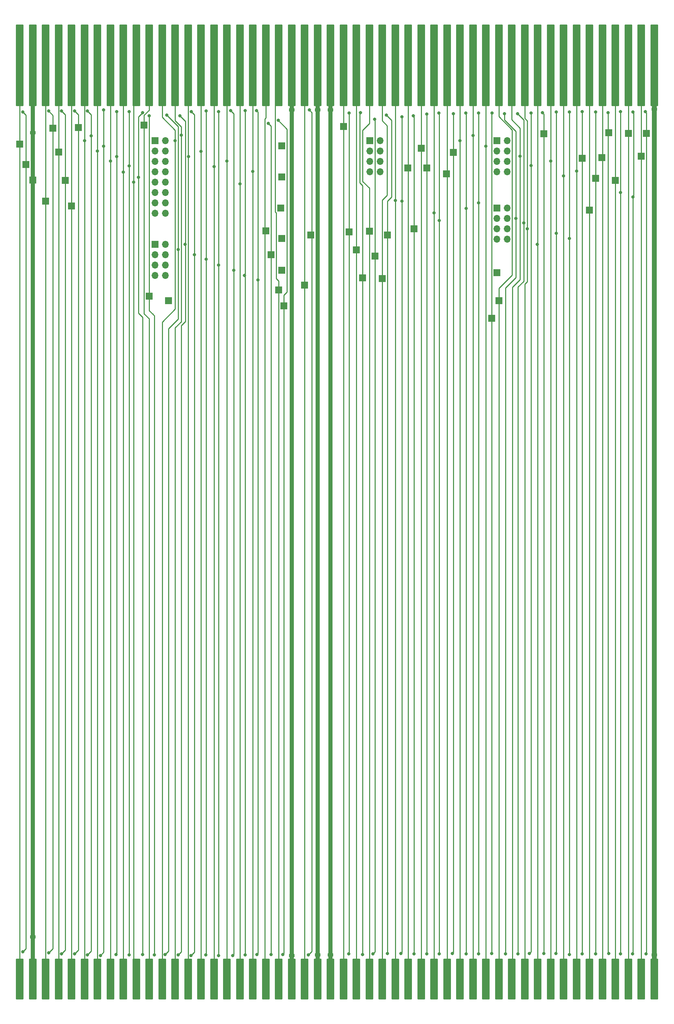
<source format=gbr>
%TF.GenerationSoftware,KiCad,Pcbnew,(6.0.9-0)*%
%TF.CreationDate,2023-01-29T21:50:31+01:00*%
%TF.ProjectId,Intellec8ExtenderBoard,496e7465-6c6c-4656-9338-457874656e64,rev?*%
%TF.SameCoordinates,Original*%
%TF.FileFunction,Copper,L1,Top*%
%TF.FilePolarity,Positive*%
%FSLAX46Y46*%
G04 Gerber Fmt 4.6, Leading zero omitted, Abs format (unit mm)*
G04 Created by KiCad (PCBNEW (6.0.9-0)) date 2023-01-29 21:50:31*
%MOMM*%
%LPD*%
G01*
G04 APERTURE LIST*
G04 Aperture macros list*
%AMRoundRect*
0 Rectangle with rounded corners*
0 $1 Rounding radius*
0 $2 $3 $4 $5 $6 $7 $8 $9 X,Y pos of 4 corners*
0 Add a 4 corners polygon primitive as box body*
4,1,4,$2,$3,$4,$5,$6,$7,$8,$9,$2,$3,0*
0 Add four circle primitives for the rounded corners*
1,1,$1+$1,$2,$3*
1,1,$1+$1,$4,$5*
1,1,$1+$1,$6,$7*
1,1,$1+$1,$8,$9*
0 Add four rect primitives between the rounded corners*
20,1,$1+$1,$2,$3,$4,$5,0*
20,1,$1+$1,$4,$5,$6,$7,0*
20,1,$1+$1,$6,$7,$8,$9,0*
20,1,$1+$1,$8,$9,$2,$3,0*%
G04 Aperture macros list end*
%TA.AperFunction,SMDPad,CuDef*%
%ADD10RoundRect,0.072000X0.828000X-4.928000X0.828000X4.928000X-0.828000X4.928000X-0.828000X-4.928000X0*%
%TD*%
%TA.AperFunction,ComponentPad*%
%ADD11R,1.700000X1.700000*%
%TD*%
%TA.AperFunction,ComponentPad*%
%ADD12O,1.700000X1.700000*%
%TD*%
%TA.AperFunction,SMDPad,CuDef*%
%ADD13RoundRect,0.072000X0.828000X-9.928000X0.828000X9.928000X-0.828000X9.928000X-0.828000X-9.928000X0*%
%TD*%
%TA.AperFunction,ViaPad*%
%ADD14C,1.400000*%
%TD*%
%TA.AperFunction,ViaPad*%
%ADD15C,0.800000*%
%TD*%
%TA.AperFunction,Conductor*%
%ADD16C,0.250000*%
%TD*%
%TA.AperFunction,Conductor*%
%ADD17C,1.000000*%
%TD*%
%TA.AperFunction,Conductor*%
%ADD18C,1.200000*%
%TD*%
G04 APERTURE END LIST*
D10*
%TO.P,J1,1,Pin_1*%
%TO.N,/~{T2}*%
X105900000Y-331825000D03*
%TO.P,J1,3,Pin_3*%
%TO.N,/GND*%
X109075000Y-331825000D03*
%TO.P,J1,5,Pin_5*%
%TO.N,/~{INTACK}*%
X112250000Y-331825000D03*
%TO.P,J1,7,Pin_7*%
%TO.N,/~{SYNCA}*%
X115425000Y-331825000D03*
%TO.P,J1,9,Pin_9*%
%TO.N,/~{INT REQ LTH}*%
X118600000Y-331825000D03*
%TO.P,J1,11,Pin_11*%
%TO.N,/MAD0*%
X121775000Y-331825000D03*
%TO.P,J1,13,Pin_13*%
%TO.N,/MAD2*%
X124950000Y-331825000D03*
%TO.P,J1,15,Pin_15*%
%TO.N,/MAD4*%
X128125000Y-331825000D03*
%TO.P,J1,17,Pin_17*%
%TO.N,/MAD6*%
X131300000Y-331825000D03*
%TO.P,J1,19,Pin_19*%
%TO.N,/MAD8*%
X134475000Y-331825000D03*
%TO.P,J1,21,Pin_21*%
%TO.N,/~{WAIT REQ}*%
X137650000Y-331825000D03*
%TO.P,J1,23,Pin_23*%
%TO.N,/MDI0*%
X140825000Y-331825000D03*
%TO.P,J1,25,Pin_25*%
%TO.N,/MDI1*%
X144000000Y-331825000D03*
%TO.P,J1,27,Pin_27*%
%TO.N,/MDI3*%
X147175000Y-331825000D03*
%TO.P,J1,29,Pin_29*%
%TO.N,/MDI2*%
X150350000Y-331825000D03*
%TO.P,J1,31,Pin_31*%
%TO.N,/MDI5*%
X153525000Y-331825000D03*
%TO.P,J1,33,Pin_33*%
%TO.N,/MDI4*%
X156700000Y-331825000D03*
%TO.P,J1,35,Pin_35*%
%TO.N,/MDI7*%
X159875000Y-331825000D03*
%TO.P,J1,37,Pin_37*%
%TO.N,/MDI6*%
X163050000Y-331825000D03*
%TO.P,J1,39,Pin_39*%
%TO.N,/~{T41}*%
X166225000Y-331825000D03*
%TO.P,J1,41,Pin_41*%
%TO.N,/~{T42}*%
X169400000Y-331825000D03*
%TO.P,J1,43,Pin_43*%
%TO.N,/-9V*%
X172575000Y-331825000D03*
%TO.P,J1,45,Pin_45*%
%TO.N,/~{T43}*%
X175750000Y-331825000D03*
%TO.P,J1,47,Pin_47*%
%TO.N,/-12V*%
X178925000Y-331825000D03*
%TO.P,J1,49,Pin_49*%
%TO.N,/+12V*%
X182100000Y-331825000D03*
%TO.P,J1,51,Pin_51*%
%TO.N,/~{HOLD REQ}*%
X185275000Y-331825000D03*
%TO.P,J1,53,Pin_53*%
%TO.N,/~{BUS BUSY}*%
X188450000Y-331825000D03*
%TO.P,J1,55,Pin_55*%
%TO.N,/OSC*%
X191625000Y-331825000D03*
%TO.P,J1,57,Pin_57*%
%TO.N,/~{IN JAM ENBL}*%
X194800000Y-331825000D03*
%TO.P,J1,59,Pin_59*%
%TO.N,/MAD13*%
X197975000Y-331825000D03*
%TO.P,J1,61,Pin_61*%
%TO.N,/~{WAIT ACK}*%
X201150000Y-331825000D03*
%TO.P,J1,63,Pin_63*%
%TO.N,/~{T3}*%
X204325000Y-331825000D03*
%TO.P,J1,65,Pin_65*%
%TO.N,/MAD15*%
X207500000Y-331825000D03*
%TO.P,J1,67,Pin_67*%
%TO.N,/~{MEM READ CYCLE}*%
X210675000Y-331825000D03*
%TO.P,J1,69,Pin_69*%
%TO.N,/II0*%
X213850000Y-331825000D03*
%TO.P,J1,71,Pin_71*%
%TO.N,/II1*%
X217025000Y-331825000D03*
%TO.P,J1,73,Pin_73*%
%TO.N,/II3*%
X220200000Y-331825000D03*
%TO.P,J1,75,Pin_75*%
%TO.N,/~{INT CYCLE}*%
X223375000Y-331825000D03*
%TO.P,J1,77,Pin_77*%
%TO.N,/II2*%
X226550000Y-331825000D03*
%TO.P,J1,79,Pin_79*%
%TO.N,/IN5*%
X229725000Y-331825000D03*
%TO.P,J1,81,Pin_81*%
%TO.N,/IN6*%
X232900000Y-331825000D03*
%TO.P,J1,83,Pin_83*%
%TO.N,/II5*%
X236075000Y-331825000D03*
%TO.P,J1,85,Pin_85*%
%TO.N,/II6*%
X239250000Y-331825000D03*
%TO.P,J1,87,Pin_87*%
%TO.N,/II7*%
X242425000Y-331825000D03*
%TO.P,J1,89,Pin_89*%
%TO.N,/CLK PHASE 2*%
X245600000Y-331825000D03*
%TO.P,J1,91,Pin_91*%
%TO.N,/~{T45}*%
X248775000Y-331825000D03*
%TO.P,J1,93,Pin_93*%
%TO.N,/RAM MOD ENBL*%
X251950000Y-331825000D03*
%TO.P,J1,95,Pin_95*%
%TO.N,/R{slash}~{W}*%
X255125000Y-331825000D03*
%TO.P,J1,97,Pin_97*%
%TO.N,/PROM MOD ENBL*%
X258300000Y-331825000D03*
%TO.P,J1,99,Pin_99*%
%TO.N,/+5V*%
X261475000Y-331825000D03*
%TD*%
D11*
%TO.P,J57,1,Pin_1*%
%TO.N,/~{DB OUT}*%
X107442000Y-132207000D03*
%TD*%
%TO.P,J56,1,Pin_1*%
%TO.N,/~{HALT ACK}*%
X202565000Y-147955000D03*
%TD*%
%TO.P,J55,1,Pin_1*%
%TO.N,/~{INT REQ}*%
X170688000Y-166878000D03*
%TD*%
%TO.P,J54,1,Pin_1*%
%TO.N,/~{INTACK}*%
X112268000Y-141224000D03*
%TD*%
%TO.P,J53,1,Pin_1*%
%TO.N,/PROM MOD ENBL*%
X258318000Y-130175000D03*
%TD*%
%TO.P,J52,1,Pin_1*%
%TO.N,/~{HLT INT REQ}*%
X193040000Y-154686000D03*
%TD*%
%TO.P,J51,1,Pin_1*%
%TO.N,/~{INT REQ LTH}*%
X118618000Y-142367000D03*
%TD*%
%TO.P,J50,1,Pin_1*%
%TO.N,/~{INT DSBL}*%
X221615000Y-169926000D03*
%TD*%
%TO.P,J49,1,Pin_1*%
%TO.N,/CLK PHASE 2*%
X245618000Y-143383000D03*
%TD*%
%TO.P,J48,1,Pin_1*%
%TO.N,/~{HOLD REQ}*%
X185293000Y-122936000D03*
%TD*%
%TO.P,J47,1,Pin_1*%
%TO.N,/RAM MOD ENBL*%
X251968000Y-136144000D03*
%TD*%
%TO.P,J46,1,Pin_1*%
%TO.N,/CLK PHASE 1*%
X259588000Y-124587000D03*
%TD*%
%TO.P,J45,1,Pin_1*%
%TO.N,/OSC*%
X191643000Y-148590000D03*
%TD*%
%TO.P,J44,1,Pin_1*%
%TO.N,/~{HOLD ACK}*%
X177292000Y-149479000D03*
%TD*%
%TO.P,J43,1,Pin_1*%
%TO.N,/~{BUS BUSY}*%
X188468000Y-153162000D03*
%TD*%
%TO.P,J18,1,Pin_1*%
%TO.N,/R{slash}~{W}*%
X255143000Y-124587000D03*
%TD*%
%TO.P,J17,1,Pin_1*%
%TO.N,/~{IN JAM ENBL}*%
X194818000Y-160147000D03*
%TD*%
%TO.P,J16,1,Pin_1*%
%TO.N,/~{SYNCA}*%
X115443000Y-129159000D03*
%TD*%
%TO.P,J15,1,Pin_1*%
%TO.N,/~{I{slash}O OUT}*%
X189992000Y-160020000D03*
%TD*%
%TO.P,J11,1,Pin_1*%
%TO.N,/~{I{slash}O IN}*%
X234442000Y-124714000D03*
%TD*%
%TO.P,J10,1,Pin_1*%
%TO.N,/~{DBIN}*%
X137668000Y-164465000D03*
%TD*%
%TO.P,J42,1,Pin_1*%
%TO.N,/~{INT CYCLE}*%
X223393000Y-165608000D03*
%TD*%
%TO.P,J41,1,Pin_1*%
%TO.N,/~{MEM READ CYCLE}*%
X210566000Y-134493000D03*
%TD*%
%TO.P,J40,1,Pin_1*%
%TO.N,/~{MEM WRITE CYCLE}*%
X196088000Y-149479000D03*
%TD*%
%TO.P,J39,1,Pin_1*%
%TO.N,/~{FETCH CYCLE}*%
X212217000Y-129286000D03*
%TD*%
%TO.P,J38,1,Pin_1*%
%TO.N,/~{I{slash}O CYCLE}*%
X205740000Y-133096000D03*
%TD*%
%TO.P,J37,1,Pin_1*%
%TO.N,/STACK CYCLE*%
X114046000Y-123317000D03*
%TD*%
%TO.P,J13,1,Pin_1*%
%TO.N,/~{WAIT ACK}*%
X201041000Y-133096000D03*
%TD*%
%TO.P,J8,1,Pin_1*%
%TO.N,/~{WAIT REQ}*%
X136398000Y-122555000D03*
%TD*%
%TO.P,J29,1,Pin_1*%
%TO.N,/~{T44}*%
X247142000Y-135636000D03*
%TD*%
%TO.P,J25,1,Pin_1*%
%TO.N,/GND*%
X109093000Y-136017000D03*
%TD*%
%TO.P,J12,1,Pin_1*%
%TO.N,/+5V*%
X169926000Y-142875000D03*
%TD*%
%TO.P,J7,1,Pin_1*%
%TO.N,/IN0*%
X222885000Y-142875000D03*
D12*
%TO.P,J7,2,Pin_2*%
%TO.N,/IN1*%
X225425000Y-142875000D03*
%TO.P,J7,3,Pin_3*%
%TO.N,/IN2*%
X222885000Y-145415000D03*
%TO.P,J7,4,Pin_4*%
%TO.N,/IN3*%
X225425000Y-145415000D03*
%TO.P,J7,5,Pin_5*%
%TO.N,/IN4*%
X222885000Y-147955000D03*
%TO.P,J7,6,Pin_6*%
%TO.N,/IN5*%
X225425000Y-147955000D03*
%TO.P,J7,7,Pin_7*%
%TO.N,/IN6*%
X222885000Y-150495000D03*
%TO.P,J7,8,Pin_8*%
%TO.N,/IN7*%
X225425000Y-150495000D03*
%TD*%
D11*
%TO.P,J27,1,Pin_1*%
%TO.N,/~{T40}*%
X167513000Y-154305000D03*
%TD*%
%TO.P,J23,1,Pin_1*%
%TO.N,/GND*%
X170180000Y-158115000D03*
%TD*%
%TO.P,J32,1,Pin_1*%
%TO.N,/~{T3A}*%
X243840000Y-130683000D03*
%TD*%
%TO.P,J36,1,Pin_1*%
%TO.N,/~{T47}*%
X117094000Y-136144000D03*
%TD*%
%TO.P,J31,1,Pin_1*%
%TO.N,/~{T2}*%
X105918000Y-127254000D03*
%TD*%
%TO.P,J20,1,Pin_1*%
%TO.N,/-12V*%
X170180000Y-127635000D03*
%TD*%
%TO.P,J4,1,Pin_1*%
%TO.N,/DB0*%
X139060000Y-151765000D03*
D12*
%TO.P,J4,2,Pin_2*%
%TO.N,/DB1*%
X141600000Y-151765000D03*
%TO.P,J4,3,Pin_3*%
%TO.N,/DB2*%
X139060000Y-154305000D03*
%TO.P,J4,4,Pin_4*%
%TO.N,/DB3*%
X141600000Y-154305000D03*
%TO.P,J4,5,Pin_5*%
%TO.N,/DB4*%
X139060000Y-156845000D03*
%TO.P,J4,6,Pin_6*%
%TO.N,/DB5*%
X141600000Y-156845000D03*
%TO.P,J4,7,Pin_7*%
%TO.N,/DB6*%
X139060000Y-159385000D03*
%TO.P,J4,8,Pin_8*%
%TO.N,/DB7*%
X141600000Y-159385000D03*
%TD*%
D11*
%TO.P,J33,1,Pin_1*%
%TO.N,/~{T41}*%
X166243000Y-148463000D03*
%TD*%
%TO.P,J30,1,Pin_1*%
%TO.N,/~{T46}*%
X250317000Y-124460000D03*
%TD*%
%TO.P,J5,1,Pin_1*%
%TO.N,/MDI0*%
X191770000Y-126365000D03*
D12*
%TO.P,J5,2,Pin_2*%
%TO.N,/MDI1*%
X194310000Y-126365000D03*
%TO.P,J5,3,Pin_3*%
%TO.N,/MDI2*%
X191770000Y-128905000D03*
%TO.P,J5,4,Pin_4*%
%TO.N,/MDI3*%
X194310000Y-128905000D03*
%TO.P,J5,5,Pin_5*%
%TO.N,/MDI4*%
X191770000Y-131445000D03*
%TO.P,J5,6,Pin_6*%
%TO.N,/MDI5*%
X194310000Y-131445000D03*
%TO.P,J5,7,Pin_7*%
%TO.N,/MDI6*%
X191770000Y-133985000D03*
%TO.P,J5,8,Pin_8*%
%TO.N,/MDI7*%
X194310000Y-133985000D03*
%TD*%
D11*
%TO.P,J26,1,Pin_1*%
%TO.N,/~{T3}*%
X204343000Y-128270000D03*
%TD*%
%TO.P,J19,1,Pin_1*%
%TO.N,/-9V*%
X170180000Y-150368000D03*
%TD*%
%TO.P,J21,1,Pin_1*%
%TO.N,/+12V*%
X170180000Y-135255000D03*
%TD*%
D13*
%TO.P,J2,1,Pin_1*%
%TO.N,/~{T2}*%
X105900000Y-107905000D03*
%TO.P,J2,3,Pin_3*%
%TO.N,/GND*%
X109075000Y-107905000D03*
%TO.P,J2,5,Pin_5*%
%TO.N,/~{INTACK}*%
X112250000Y-107905000D03*
%TO.P,J2,7,Pin_7*%
%TO.N,/~{SYNCA}*%
X115425000Y-107905000D03*
%TO.P,J2,9,Pin_9*%
%TO.N,/~{INT REQ LTH}*%
X118600000Y-107905000D03*
%TO.P,J2,11,Pin_11*%
%TO.N,/MAD0*%
X121775000Y-107905000D03*
%TO.P,J2,13,Pin_13*%
%TO.N,/MAD2*%
X124950000Y-107905000D03*
%TO.P,J2,15,Pin_15*%
%TO.N,/MAD4*%
X128125000Y-107905000D03*
%TO.P,J2,17,Pin_17*%
%TO.N,/MAD6*%
X131300000Y-107905000D03*
%TO.P,J2,19,Pin_19*%
%TO.N,/MAD8*%
X134475000Y-107905000D03*
%TO.P,J2,21,Pin_21*%
%TO.N,/~{WAIT REQ}*%
X137650000Y-107905000D03*
%TO.P,J2,23,Pin_23*%
%TO.N,/MDI0*%
X140825000Y-107905000D03*
%TO.P,J2,25,Pin_25*%
%TO.N,/MDI1*%
X144000000Y-107905000D03*
%TO.P,J2,27,Pin_27*%
%TO.N,/MDI3*%
X147175000Y-107905000D03*
%TO.P,J2,29,Pin_29*%
%TO.N,/MDI2*%
X150350000Y-107905000D03*
%TO.P,J2,31,Pin_31*%
%TO.N,/MDI5*%
X153525000Y-107905000D03*
%TO.P,J2,33,Pin_33*%
%TO.N,/MDI4*%
X156700000Y-107905000D03*
%TO.P,J2,35,Pin_35*%
%TO.N,/MDI7*%
X159875000Y-107905000D03*
%TO.P,J2,37,Pin_37*%
%TO.N,/MDI6*%
X163050000Y-107905000D03*
%TO.P,J2,39,Pin_39*%
%TO.N,/~{T41}*%
X166225000Y-107905000D03*
%TO.P,J2,41,Pin_41*%
%TO.N,/~{T42}*%
X169400000Y-107905000D03*
%TO.P,J2,43,Pin_43*%
%TO.N,/-9V*%
X172575000Y-107905000D03*
%TO.P,J2,45,Pin_45*%
%TO.N,/~{T43}*%
X175750000Y-107905000D03*
%TO.P,J2,47,Pin_47*%
%TO.N,/-12V*%
X178925000Y-107905000D03*
%TO.P,J2,49,Pin_49*%
%TO.N,/+12V*%
X182100000Y-107905000D03*
%TO.P,J2,51,Pin_51*%
%TO.N,/~{HOLD REQ}*%
X185275000Y-107905000D03*
%TO.P,J2,53,Pin_53*%
%TO.N,/~{BUS BUSY}*%
X188450000Y-107905000D03*
%TO.P,J2,55,Pin_55*%
%TO.N,/OSC*%
X191625000Y-107905000D03*
%TO.P,J2,57,Pin_57*%
%TO.N,/~{IN JAM ENBL}*%
X194800000Y-107905000D03*
%TO.P,J2,59,Pin_59*%
%TO.N,/MAD13*%
X197975000Y-107905000D03*
%TO.P,J2,61,Pin_61*%
%TO.N,/~{WAIT ACK}*%
X201150000Y-107905000D03*
%TO.P,J2,63,Pin_63*%
%TO.N,/~{T3}*%
X204325000Y-107905000D03*
%TO.P,J2,65,Pin_65*%
%TO.N,/MAD15*%
X207500000Y-107905000D03*
%TO.P,J2,67,Pin_67*%
%TO.N,/~{MEM READ CYCLE}*%
X210675000Y-107905000D03*
%TO.P,J2,69,Pin_69*%
%TO.N,/II0*%
X213850000Y-107905000D03*
%TO.P,J2,71,Pin_71*%
%TO.N,/II1*%
X217025000Y-107905000D03*
%TO.P,J2,73,Pin_73*%
%TO.N,/II3*%
X220200000Y-107905000D03*
%TO.P,J2,75,Pin_75*%
%TO.N,/~{INT CYCLE}*%
X223375000Y-107905000D03*
%TO.P,J2,77,Pin_77*%
%TO.N,/II2*%
X226550000Y-107905000D03*
%TO.P,J2,79,Pin_79*%
%TO.N,/IN5*%
X229725000Y-107905000D03*
%TO.P,J2,81,Pin_81*%
%TO.N,/IN6*%
X232900000Y-107905000D03*
%TO.P,J2,83,Pin_83*%
%TO.N,/II5*%
X236075000Y-107905000D03*
%TO.P,J2,85,Pin_85*%
%TO.N,/II6*%
X239250000Y-107905000D03*
%TO.P,J2,87,Pin_87*%
%TO.N,/II7*%
X242425000Y-107905000D03*
%TO.P,J2,89,Pin_89*%
%TO.N,/CLK PHASE 2*%
X245600000Y-107905000D03*
%TO.P,J2,91,Pin_91*%
%TO.N,/~{T45}*%
X248775000Y-107905000D03*
%TO.P,J2,93,Pin_93*%
%TO.N,/RAM MOD ENBL*%
X251950000Y-107905000D03*
%TO.P,J2,95,Pin_95*%
%TO.N,/R{slash}~{W}*%
X255125000Y-107905000D03*
%TO.P,J2,97,Pin_97*%
%TO.N,/PROM MOD ENBL*%
X258300000Y-107905000D03*
%TO.P,J2,99,Pin_99*%
%TO.N,/+5V*%
X261475000Y-107905000D03*
%TD*%
D11*
%TO.P,J6,1,Pin_1*%
%TO.N,/II0*%
X222880000Y-126375000D03*
D12*
%TO.P,J6,2,Pin_2*%
%TO.N,/II1*%
X225420000Y-126375000D03*
%TO.P,J6,3,Pin_3*%
%TO.N,/II2*%
X222880000Y-128915000D03*
%TO.P,J6,4,Pin_4*%
%TO.N,/II3*%
X225420000Y-128915000D03*
%TO.P,J6,5,Pin_5*%
%TO.N,/II4*%
X222880000Y-131455000D03*
%TO.P,J6,6,Pin_6*%
%TO.N,/II5*%
X225420000Y-131455000D03*
%TO.P,J6,7,Pin_7*%
%TO.N,/II6*%
X222880000Y-133995000D03*
%TO.P,J6,8,Pin_8*%
%TO.N,/II7*%
X225420000Y-133995000D03*
%TD*%
D11*
%TO.P,J34,1,Pin_1*%
%TO.N,/~{T43}*%
X175768000Y-161798000D03*
%TD*%
%TO.P,J9,1,Pin_1*%
%TO.N,/~{T1}*%
X120269000Y-123190000D03*
%TD*%
%TO.P,J14,1,Pin_1*%
%TO.N,/~{RESET}*%
X186690000Y-148717000D03*
%TD*%
%TO.P,J22,1,Pin_1*%
%TO.N,/GND*%
X142367000Y-165608000D03*
%TD*%
%TO.P,J24,1,Pin_1*%
%TO.N,/GND*%
X222885000Y-158750000D03*
%TD*%
%TO.P,J35,1,Pin_1*%
%TO.N,/~{T45}*%
X248666000Y-130556000D03*
%TD*%
%TO.P,J28,1,Pin_1*%
%TO.N,/~{T42}*%
X169418000Y-162941000D03*
%TD*%
%TO.P,J3,1,Pin_1*%
%TO.N,/MAD0*%
X139065000Y-126365000D03*
D12*
%TO.P,J3,2,Pin_2*%
%TO.N,/MAD1*%
X141605000Y-126365000D03*
%TO.P,J3,3,Pin_3*%
%TO.N,/MAD2*%
X139065000Y-128905000D03*
%TO.P,J3,4,Pin_4*%
%TO.N,/MAD3*%
X141605000Y-128905000D03*
%TO.P,J3,5,Pin_5*%
%TO.N,/MAD4*%
X139065000Y-131445000D03*
%TO.P,J3,6,Pin_6*%
%TO.N,/MAD5*%
X141605000Y-131445000D03*
%TO.P,J3,7,Pin_7*%
%TO.N,/MAD6*%
X139065000Y-133985000D03*
%TO.P,J3,8,Pin_8*%
%TO.N,/MAD7*%
X141605000Y-133985000D03*
%TO.P,J3,9,Pin_9*%
%TO.N,/MAD8*%
X139065000Y-136525000D03*
%TO.P,J3,10,Pin_10*%
%TO.N,/MAD9*%
X141605000Y-136525000D03*
%TO.P,J3,11,Pin_11*%
%TO.N,/MAD10*%
X139065000Y-139065000D03*
%TO.P,J3,12,Pin_12*%
%TO.N,/MAD11*%
X141605000Y-139065000D03*
%TO.P,J3,13,Pin_13*%
%TO.N,/MAD12*%
X139065000Y-141605000D03*
%TO.P,J3,14,Pin_14*%
%TO.N,/MAD13*%
X141605000Y-141605000D03*
%TO.P,J3,15,Pin_15*%
%TO.N,/MAD14*%
X139065000Y-144145000D03*
%TO.P,J3,16,Pin_16*%
%TO.N,/MAD15*%
X141605000Y-144145000D03*
%TD*%
D14*
%TO.N,/GND*%
X109075000Y-124460000D03*
D15*
%TO.N,/+5V*%
X261493000Y-141097000D03*
%TO.N,/~{DB OUT}*%
X106680000Y-119380000D03*
X106680000Y-325120000D03*
D14*
%TO.N,/GND*%
X109075000Y-321455000D03*
D15*
%TO.N,/STACK CYCLE*%
X112974500Y-119126000D03*
X112974500Y-325374000D03*
%TO.N,/~{T47}*%
X116149500Y-325628000D03*
X116149500Y-119126000D03*
%TO.N,/~{T1}*%
X119324500Y-119126000D03*
X119324500Y-325628000D03*
%TO.N,/MAD0*%
X121775000Y-126383000D03*
%TO.N,/MAD1*%
X123444000Y-125222000D03*
X122499500Y-325882000D03*
X122499500Y-119126000D03*
%TO.N,/MAD2*%
X124950000Y-128923000D03*
%TO.N,/MAD3*%
X126492000Y-127762000D03*
X125674500Y-326009000D03*
X126492000Y-118872000D03*
%TO.N,/MAD4*%
X128125000Y-131427000D03*
%TO.N,/MAD5*%
X129540000Y-325755000D03*
X129667000Y-119253000D03*
X129667000Y-130302000D03*
%TO.N,/MAD6*%
X131300000Y-134130000D03*
%TO.N,/MAD7*%
X132715000Y-325882000D03*
X132715000Y-119253000D03*
X132715000Y-132588000D03*
%TO.N,/MAD8*%
X133858000Y-136525000D03*
%TO.N,/MAD9*%
X135001000Y-135382000D03*
X136017000Y-119507000D03*
X136017000Y-325755000D03*
%TO.N,/~{DBIN}*%
X137668000Y-120269000D03*
X138938000Y-325882000D03*
%TO.N,/MDI0*%
X144018000Y-126365000D03*
%TO.N,/DB0*%
X144759500Y-153035000D03*
X141549500Y-325755000D03*
X141986000Y-120142000D03*
%TO.N,/MDI1*%
X145504500Y-125037000D03*
%TO.N,/DB1*%
X144780000Y-325882000D03*
X146468500Y-151765000D03*
X145161000Y-120269000D03*
%TO.N,/MDI3*%
X147282500Y-130302000D03*
%TO.N,/DB3*%
X147917500Y-326009000D03*
X147955000Y-119253000D03*
X148717000Y-154305000D03*
%TO.N,/MDI2*%
X150350000Y-129014000D03*
%TO.N,/DB2*%
X151638000Y-155448000D03*
X151638000Y-119126000D03*
X151511000Y-325882000D03*
%TO.N,/MDI5*%
X153525000Y-132733000D03*
%TO.N,/DB5*%
X154686000Y-326009000D03*
X154686000Y-156845000D03*
X154686000Y-119253000D03*
%TO.N,/MDI4*%
X156700000Y-131427000D03*
%TO.N,/DB4*%
X158115000Y-326009000D03*
X158369000Y-158115000D03*
X157607000Y-118999000D03*
%TO.N,/MDI7*%
X159875000Y-137015000D03*
%TO.N,/DB7*%
X161163000Y-118999000D03*
X161036000Y-159385000D03*
X161163000Y-325882000D03*
%TO.N,/MDI6*%
X163050000Y-133967000D03*
%TO.N,/DB6*%
X164084000Y-325755000D03*
X164338000Y-160528000D03*
X163957000Y-118999000D03*
%TO.N,/~{T40}*%
X167513000Y-325755000D03*
X166878000Y-122174000D03*
%TO.N,/~{INT REQ}*%
X169291000Y-121412000D03*
X170434000Y-325755000D03*
D14*
%TO.N,/-9V*%
X172575000Y-118854000D03*
D15*
X172575000Y-150223000D03*
D14*
X172575000Y-326027000D03*
D15*
%TO.N,/~{HOLD ACK}*%
X176911000Y-118872000D03*
X176657000Y-325882000D03*
D14*
%TO.N,/-12V*%
X178925000Y-118890000D03*
D15*
X178925000Y-127653000D03*
D14*
X178925000Y-325900000D03*
%TO.N,/+12V*%
X182100000Y-118854000D03*
D15*
X182100000Y-135364000D03*
D14*
X182100000Y-325900000D03*
D15*
%TO.N,/~{RESET}*%
X186563000Y-325628000D03*
X186690000Y-119634000D03*
%TO.N,/~{I{slash}O OUT}*%
X189484000Y-119507000D03*
X189992000Y-325755000D03*
%TO.N,/~{HLT INT REQ}*%
X192913000Y-121158000D03*
X192532000Y-325628000D03*
%TO.N,/~{MEM WRITE CYCLE}*%
X196088000Y-325501000D03*
X195834000Y-120142000D03*
%TO.N,/MAD13*%
X197975000Y-141079000D03*
%TO.N,/MAD12*%
X199644000Y-120523000D03*
X199644000Y-141224000D03*
X199390000Y-325501000D03*
%TO.N,/~{HALT ACK}*%
X202565000Y-325628000D03*
X202438000Y-120269000D03*
%TO.N,/~{I{slash}O CYCLE}*%
X205740000Y-325628000D03*
X205740000Y-119888000D03*
%TO.N,/MAD15*%
X207500000Y-144127000D03*
%TO.N,/MAD14*%
X208788000Y-145923000D03*
X208661000Y-119634000D03*
X208788000Y-325628000D03*
%TO.N,/~{FETCH CYCLE}*%
X212217000Y-119761000D03*
X211963000Y-325501000D03*
%TO.N,/II0*%
X213850000Y-126383000D03*
%TO.N,/IN0*%
X215392000Y-325628000D03*
X215392000Y-143002000D03*
X215265000Y-119634000D03*
%TO.N,/II1*%
X217025000Y-125113000D03*
%TO.N,/IN1*%
X218440000Y-119634000D03*
X218440000Y-325628000D03*
X218440000Y-141605000D03*
%TO.N,/II3*%
X220200000Y-127744000D03*
%TO.N,/~{INT DSBL}*%
X221742000Y-119634000D03*
X221615000Y-325501000D03*
%TO.N,/IN3*%
X225044000Y-325628000D03*
X227584000Y-145415000D03*
X224790000Y-119761000D03*
%TO.N,/II2*%
X228600000Y-130175000D03*
%TO.N,/IN2*%
X228092000Y-325628000D03*
X227965000Y-119761000D03*
X229489000Y-146558000D03*
%TO.N,/IN5*%
X230378000Y-147955000D03*
%TO.N,/II4*%
X231267000Y-119634000D03*
X231267000Y-132461000D03*
X230886000Y-325501000D03*
%TO.N,/IN6*%
X232791000Y-151765000D03*
%TO.N,/~{I{slash}O IN}*%
X234061000Y-119507000D03*
X234442000Y-325501000D03*
%TO.N,/II5*%
X236075000Y-131427000D03*
%TO.N,/IN4*%
X237363000Y-325501000D03*
X237490000Y-119380000D03*
X237490000Y-149098000D03*
%TO.N,/II6*%
X239250000Y-135019000D03*
%TO.N,/IN7*%
X240665000Y-119380000D03*
X240665000Y-150368000D03*
X240665000Y-325755000D03*
%TO.N,/II7*%
X242425000Y-133840000D03*
%TO.N,/~{T3A}*%
X243840000Y-325628000D03*
X243840000Y-119253000D03*
%TO.N,/~{T44}*%
X247142000Y-325628000D03*
X247142000Y-119380000D03*
%TO.N,/~{T46}*%
X250317000Y-325501000D03*
X250190000Y-119507000D03*
%TO.N,/MAD11*%
X253238000Y-119253000D03*
X253238000Y-139065000D03*
X253238000Y-325628000D03*
%TO.N,/MAD10*%
X256159000Y-325628000D03*
X256286000Y-119380000D03*
X256286000Y-140208000D03*
%TO.N,/CLK PHASE 1*%
X259334000Y-119253000D03*
X259461000Y-325628000D03*
D14*
%TO.N,/+5V*%
X261475000Y-118727000D03*
X261475000Y-325900000D03*
%TD*%
D16*
%TO.N,/OSC*%
X191625000Y-331825000D02*
X191625000Y-138023000D01*
X191625000Y-138023000D02*
X190000000Y-136398000D01*
X190000000Y-136398000D02*
X190000000Y-123817000D01*
X190000000Y-123817000D02*
X191625000Y-122192000D01*
X191625000Y-122192000D02*
X191625000Y-107905000D01*
%TO.N,/~{IN JAM ENBL}*%
X194800000Y-107905000D02*
X194800000Y-121521000D01*
X194800000Y-121521000D02*
X196000000Y-122721000D01*
X196000000Y-122721000D02*
X196000000Y-139788000D01*
X196000000Y-139788000D02*
X194818000Y-140970000D01*
X194818000Y-140970000D02*
X194818000Y-141097000D01*
X194818000Y-141097000D02*
X194800000Y-141115000D01*
X194800000Y-141115000D02*
X194800000Y-331825000D01*
%TO.N,/IN2*%
X228092000Y-325628000D02*
X228092000Y-162234698D01*
X228092000Y-162234698D02*
X229489000Y-160837698D01*
X229489000Y-160837698D02*
X229489000Y-146558000D01*
%TO.N,/II2*%
X228600000Y-123317000D02*
X228600000Y-160400000D01*
X226550000Y-121267000D02*
X228600000Y-123317000D01*
X226550000Y-107905000D02*
X226550000Y-121267000D01*
X228600000Y-160400000D02*
X226695000Y-162305000D01*
X226695000Y-331680000D02*
X226550000Y-331825000D01*
X226695000Y-162305000D02*
X226695000Y-331680000D01*
%TO.N,/IN3*%
X227584000Y-145415000D02*
X227584000Y-159916000D01*
X227584000Y-159916000D02*
X225044000Y-162456000D01*
X225044000Y-162456000D02*
X225044000Y-325628000D01*
D17*
%TO.N,/GND*%
X109075000Y-166352000D02*
X109075000Y-124460000D01*
X109075000Y-124460000D02*
X109075000Y-107905000D01*
X109075000Y-331825000D02*
X109075000Y-321455000D01*
X109075000Y-321455000D02*
X109075000Y-166352000D01*
D16*
%TO.N,/~{T41}*%
X166225000Y-107905000D02*
X166225000Y-120378000D01*
X166225000Y-120378000D02*
X166243000Y-120396000D01*
X166243000Y-120396000D02*
X166243000Y-120767695D01*
X165989000Y-331589000D02*
X166225000Y-331825000D01*
X166243000Y-120767695D02*
X165989000Y-121021695D01*
X165989000Y-121021695D02*
X165989000Y-331589000D01*
%TO.N,/~{T40}*%
X166878000Y-122174000D02*
X167513000Y-122809000D01*
X167513000Y-122809000D02*
X167513000Y-325755000D01*
D17*
%TO.N,/-9V*%
X172575000Y-150223000D02*
X172575000Y-326027000D01*
X172575000Y-118854000D02*
X172575000Y-150223000D01*
D16*
%TO.N,/~{RESET}*%
X186690000Y-325501000D02*
X186563000Y-325628000D01*
X186690000Y-119634000D02*
X186690000Y-325501000D01*
%TO.N,/~{T2}*%
X105900000Y-331825000D02*
X105900000Y-107905000D01*
%TO.N,/~{DB OUT}*%
X106680000Y-325120000D02*
X107442000Y-324358000D01*
X107442000Y-120142000D02*
X106680000Y-119380000D01*
X107442000Y-324358000D02*
X107442000Y-120142000D01*
%TO.N,/~{INTACK}*%
X112250000Y-331825000D02*
X112250000Y-107905000D01*
%TO.N,/STACK CYCLE*%
X112974500Y-325374000D02*
X114046000Y-324302500D01*
X114046000Y-120197500D02*
X112974500Y-119126000D01*
X114046000Y-324302500D02*
X114046000Y-120197500D01*
%TO.N,/~{SYNCA}*%
X115425000Y-331825000D02*
X115425000Y-107905000D01*
%TO.N,/~{T47}*%
X117094000Y-120070500D02*
X116149500Y-119126000D01*
X116149500Y-325628000D02*
X117094000Y-324683500D01*
X117094000Y-324683500D02*
X117094000Y-120070500D01*
%TO.N,/~{INT REQ LTH}*%
X118600000Y-331825000D02*
X118600000Y-107905000D01*
%TO.N,/~{T1}*%
X119324500Y-325628000D02*
X120269000Y-324683500D01*
X120269000Y-120070500D02*
X119324500Y-119126000D01*
X120269000Y-324683500D02*
X120269000Y-120070500D01*
%TO.N,/MAD0*%
X121775000Y-331825000D02*
X121775000Y-126383000D01*
X121775000Y-126383000D02*
X121775000Y-107905000D01*
%TO.N,/MAD1*%
X123444000Y-120070500D02*
X122499500Y-119126000D01*
X123444000Y-125222000D02*
X123444000Y-120070500D01*
X122499500Y-325882000D02*
X123444000Y-324937500D01*
X123444000Y-324937500D02*
X123444000Y-125222000D01*
%TO.N,/MAD2*%
X124950000Y-128923000D02*
X124950000Y-107905000D01*
X124950000Y-331825000D02*
X124950000Y-128923000D01*
%TO.N,/MAD3*%
X125674500Y-326009000D02*
X126492000Y-325191500D01*
X126492000Y-127762000D02*
X126492000Y-118872000D01*
X126492000Y-325191500D02*
X126492000Y-127762000D01*
%TO.N,/MAD4*%
X128125000Y-131427000D02*
X128125000Y-107905000D01*
X128125000Y-331825000D02*
X128125000Y-131427000D01*
%TO.N,/MAD5*%
X129667000Y-325628000D02*
X129540000Y-325755000D01*
X129667000Y-119253000D02*
X129667000Y-130302000D01*
X129667000Y-130302000D02*
X129667000Y-325628000D01*
%TO.N,/MAD6*%
X131300000Y-134130000D02*
X131300000Y-331825000D01*
X131300000Y-107905000D02*
X131300000Y-134130000D01*
%TO.N,/MAD7*%
X132715000Y-325882000D02*
X132715000Y-119253000D01*
%TO.N,/MAD8*%
X133858000Y-108522000D02*
X134475000Y-107905000D01*
X133858000Y-331208000D02*
X133858000Y-136525000D01*
X134475000Y-331825000D02*
X133858000Y-331208000D01*
X133858000Y-136525000D02*
X133858000Y-108522000D01*
%TO.N,/MAD9*%
X136017000Y-169672000D02*
X136017000Y-325755000D01*
X135001000Y-135382000D02*
X135001000Y-168656000D01*
X135001000Y-168656000D02*
X136017000Y-169672000D01*
X135001000Y-120523000D02*
X135001000Y-135382000D01*
X136017000Y-119507000D02*
X135001000Y-120523000D01*
%TO.N,/~{WAIT REQ}*%
X137650000Y-118899305D02*
X136398000Y-120151305D01*
X137650000Y-170035000D02*
X137650000Y-331825000D01*
X136398000Y-120151305D02*
X136398000Y-168783000D01*
X136398000Y-168783000D02*
X137650000Y-170035000D01*
X137650000Y-107905000D02*
X137650000Y-118899305D01*
%TO.N,/~{DBIN}*%
X138557000Y-168910000D02*
X137668000Y-168021000D01*
X137668000Y-168021000D02*
X137668000Y-120269000D01*
X138938000Y-169291000D02*
X138557000Y-168910000D01*
X138938000Y-325882000D02*
X138938000Y-169291000D01*
%TO.N,/MDI0*%
X140825000Y-331825000D02*
X140825000Y-170833000D01*
X144018000Y-167640000D02*
X144018000Y-126365000D01*
X144018000Y-123825000D02*
X140825000Y-120632000D01*
X140825000Y-120632000D02*
X140825000Y-107905000D01*
X144018000Y-126365000D02*
X144018000Y-123825000D01*
X140825000Y-170833000D02*
X144018000Y-167640000D01*
%TO.N,/DB0*%
X141549500Y-325755000D02*
X142367000Y-324937500D01*
X142367000Y-324937500D02*
X142367000Y-172466000D01*
X144780000Y-170053000D02*
X144780000Y-122936000D01*
X144780000Y-122936000D02*
X141986000Y-120142000D01*
X142367000Y-172466000D02*
X144780000Y-170053000D01*
%TO.N,/MDI1*%
X145484000Y-170746000D02*
X145484000Y-125037000D01*
X145484000Y-125037000D02*
X145484000Y-123003604D01*
X145484000Y-125037000D02*
X145504500Y-125037000D01*
X144000000Y-172230000D02*
X145484000Y-170746000D01*
X144000000Y-331825000D02*
X144000000Y-172230000D01*
X145484000Y-123003604D02*
X144000000Y-121519604D01*
X144000000Y-121519604D02*
X144000000Y-107905000D01*
%TO.N,/DB1*%
X145161000Y-120269000D02*
X146558000Y-121666000D01*
X145542000Y-325120000D02*
X144780000Y-325882000D01*
X146558000Y-170688000D02*
X145542000Y-171704000D01*
X145542000Y-171704000D02*
X145542000Y-325120000D01*
X146558000Y-121666000D02*
X146558000Y-170688000D01*
%TO.N,/MDI3*%
X147193000Y-331807000D02*
X147175000Y-331825000D01*
X147175000Y-107905000D02*
X147193000Y-107923000D01*
X147193000Y-107923000D02*
X147193000Y-331807000D01*
%TO.N,/DB3*%
X147955000Y-119253000D02*
X148717000Y-120015000D01*
X148717000Y-154305000D02*
X148717000Y-325209500D01*
X148717000Y-120015000D02*
X148717000Y-154305000D01*
X148717000Y-325209500D02*
X147917500Y-326009000D01*
%TO.N,/MDI2*%
X150350000Y-129014000D02*
X150350000Y-107905000D01*
X150350000Y-331825000D02*
X150350000Y-129014000D01*
%TO.N,/DB2*%
X151638000Y-325755000D02*
X151511000Y-325882000D01*
X151638000Y-155448000D02*
X151638000Y-325755000D01*
X151638000Y-119126000D02*
X151638000Y-155448000D01*
%TO.N,/MDI5*%
X153525000Y-132733000D02*
X153525000Y-331825000D01*
X153525000Y-107905000D02*
X153525000Y-132733000D01*
%TO.N,/DB5*%
X154686000Y-326009000D02*
X154686000Y-156845000D01*
X154686000Y-156845000D02*
X154686000Y-119253000D01*
%TO.N,/MDI4*%
X156700000Y-131427000D02*
X156700000Y-107905000D01*
X156700000Y-331825000D02*
X156700000Y-131427000D01*
%TO.N,/DB4*%
X158369000Y-119761000D02*
X158369000Y-135128000D01*
X158369000Y-325755000D02*
X158115000Y-326009000D01*
X158369000Y-135128000D02*
X158369000Y-158115000D01*
X157607000Y-118999000D02*
X158369000Y-119761000D01*
X158369000Y-158115000D02*
X158369000Y-325755000D01*
%TO.N,/MDI7*%
X159875000Y-137015000D02*
X159875000Y-331825000D01*
X159875000Y-107905000D02*
X159875000Y-137015000D01*
%TO.N,/DB7*%
X161163000Y-325882000D02*
X161163000Y-118999000D01*
%TO.N,/MDI6*%
X163050000Y-133967000D02*
X163050000Y-107905000D01*
X163050000Y-331825000D02*
X163050000Y-133967000D01*
%TO.N,/DB6*%
X163957000Y-118999000D02*
X164338000Y-119380000D01*
X164338000Y-160528000D02*
X164338000Y-325501000D01*
X164338000Y-119380000D02*
X164338000Y-160528000D01*
X164338000Y-325501000D02*
X164084000Y-325755000D01*
%TO.N,/~{T42}*%
X168783000Y-160147000D02*
X168783000Y-144050000D01*
X169400000Y-331825000D02*
X169400000Y-160764000D01*
X168566000Y-143833000D02*
X168566000Y-108739000D01*
X168566000Y-108739000D02*
X169400000Y-107905000D01*
X168783000Y-144050000D02*
X168566000Y-143833000D01*
X169400000Y-160764000D02*
X168783000Y-160147000D01*
%TO.N,/~{INT REQ}*%
X171450000Y-163449000D02*
X170688000Y-164211000D01*
X171450000Y-123571000D02*
X171450000Y-163449000D01*
X169291000Y-121412000D02*
X171450000Y-123571000D01*
X170688000Y-325501000D02*
X170434000Y-325755000D01*
X170688000Y-164211000D02*
X170688000Y-325501000D01*
D17*
%TO.N,/-9V*%
X172575000Y-326027000D02*
X172575000Y-331825000D01*
X172575000Y-107905000D02*
X172575000Y-118854000D01*
D16*
%TO.N,/~{T43}*%
X175750000Y-107905000D02*
X175750000Y-331825000D01*
%TO.N,/~{HOLD ACK}*%
X176657000Y-325882000D02*
X177546000Y-324993000D01*
X177546000Y-119507000D02*
X176911000Y-118872000D01*
X177546000Y-324993000D02*
X177546000Y-119507000D01*
D17*
%TO.N,/-12V*%
X178925000Y-331825000D02*
X178925000Y-325900000D01*
X178925000Y-118890000D02*
X178925000Y-107905000D01*
X178925000Y-325900000D02*
X178925000Y-127653000D01*
X178925000Y-127653000D02*
X178925000Y-118890000D01*
%TO.N,/+12V*%
X182100000Y-135364000D02*
X182100000Y-325900000D01*
X182100000Y-107905000D02*
X182100000Y-118854000D01*
X182100000Y-325900000D02*
X182100000Y-331825000D01*
X182100000Y-118854000D02*
X182100000Y-135364000D01*
D16*
%TO.N,/~{HOLD REQ}*%
X185275000Y-331825000D02*
X185275000Y-107905000D01*
%TO.N,/~{BUS BUSY}*%
X188450000Y-107905000D02*
X188450000Y-331825000D01*
%TO.N,/~{I{slash}O OUT}*%
X189288000Y-119703000D02*
X189484000Y-119507000D01*
X189288000Y-136710000D02*
X189288000Y-119703000D01*
X189992000Y-137414000D02*
X189865000Y-137287000D01*
X189992000Y-325755000D02*
X189992000Y-137414000D01*
X189865000Y-137287000D02*
X189288000Y-136710000D01*
%TO.N,/~{HLT INT REQ}*%
X192913000Y-121158000D02*
X193040000Y-121285000D01*
X193040000Y-325120000D02*
X192532000Y-325628000D01*
X193040000Y-121285000D02*
X193040000Y-325120000D01*
%TO.N,/~{MEM WRITE CYCLE}*%
X197104000Y-140208000D02*
X197104000Y-121412000D01*
X197104000Y-121412000D02*
X195834000Y-120142000D01*
X196088000Y-141224000D02*
X197104000Y-140208000D01*
X196088000Y-325501000D02*
X196088000Y-141224000D01*
%TO.N,/MAD13*%
X197975000Y-141079000D02*
X197975000Y-107905000D01*
X197975000Y-331825000D02*
X197975000Y-141079000D01*
%TO.N,/MAD12*%
X199644000Y-141224000D02*
X199644000Y-325247000D01*
X199644000Y-325247000D02*
X199390000Y-325501000D01*
X199644000Y-120523000D02*
X199644000Y-141224000D01*
%TO.N,/~{WAIT ACK}*%
X201150000Y-107905000D02*
X201150000Y-331825000D01*
%TO.N,/~{HALT ACK}*%
X202565000Y-120396000D02*
X202438000Y-120269000D01*
X202565000Y-325628000D02*
X202565000Y-120396000D01*
%TO.N,/~{T3}*%
X204325000Y-331825000D02*
X204325000Y-107905000D01*
%TO.N,/~{I{slash}O CYCLE}*%
X205740000Y-119888000D02*
X205740000Y-325628000D01*
%TO.N,/MAD15*%
X207500000Y-144127000D02*
X207500000Y-331825000D01*
X207500000Y-107905000D02*
X207500000Y-144127000D01*
%TO.N,/MAD14*%
X208788000Y-145923000D02*
X208788000Y-119761000D01*
X208788000Y-119761000D02*
X208661000Y-119634000D01*
X208788000Y-325628000D02*
X208788000Y-145923000D01*
%TO.N,/~{MEM READ CYCLE}*%
X210675000Y-331825000D02*
X210675000Y-107905000D01*
%TO.N,/~{FETCH CYCLE}*%
X212217000Y-119761000D02*
X212217000Y-325247000D01*
X212217000Y-325247000D02*
X211963000Y-325501000D01*
%TO.N,/II0*%
X213850000Y-126383000D02*
X213850000Y-331825000D01*
X213850000Y-107905000D02*
X213850000Y-126383000D01*
%TO.N,/IN0*%
X215392000Y-143002000D02*
X215392000Y-119761000D01*
X215392000Y-325628000D02*
X215392000Y-143002000D01*
X215392000Y-119761000D02*
X215265000Y-119634000D01*
%TO.N,/II1*%
X217025000Y-125113000D02*
X217025000Y-107905000D01*
X217025000Y-331825000D02*
X217025000Y-125113000D01*
%TO.N,/IN1*%
X218440000Y-141605000D02*
X218440000Y-325628000D01*
X218440000Y-119634000D02*
X218440000Y-141605000D01*
%TO.N,/II3*%
X220200000Y-127744000D02*
X220200000Y-331825000D01*
X220200000Y-107905000D02*
X220200000Y-127744000D01*
%TO.N,/~{INT DSBL}*%
X221615000Y-119761000D02*
X221742000Y-119634000D01*
X221615000Y-325501000D02*
X221615000Y-119761000D01*
%TO.N,/~{INT CYCLE}*%
X223375000Y-120505000D02*
X223375000Y-107905000D01*
X226600000Y-128433299D02*
X226595000Y-128428299D01*
X226595000Y-128428299D02*
X226595000Y-123725000D01*
X223375000Y-331825000D02*
X223375000Y-162578000D01*
X226595000Y-123725000D02*
X223375000Y-120505000D01*
X223375000Y-162578000D02*
X226600000Y-159353000D01*
X226600000Y-159353000D02*
X226600000Y-128433299D01*
%TO.N,/IN3*%
X227584000Y-124077604D02*
X227584000Y-145415000D01*
X224790000Y-119761000D02*
X224790000Y-121283604D01*
X224790000Y-121283604D02*
X227584000Y-124077604D01*
%TO.N,/IN2*%
X229489000Y-121285000D02*
X227965000Y-119761000D01*
X229489000Y-146558000D02*
X229489000Y-121285000D01*
%TO.N,/IN5*%
X230378000Y-160911792D02*
X230378000Y-147955000D01*
X230378000Y-121537604D02*
X229743000Y-120902604D01*
X229743000Y-161546792D02*
X230378000Y-160911792D01*
X229743000Y-120902604D02*
X229743000Y-107923000D01*
X229725000Y-331825000D02*
X229743000Y-331807000D01*
X229743000Y-107923000D02*
X229725000Y-107905000D01*
X230378000Y-147955000D02*
X230378000Y-121537604D01*
X229743000Y-331807000D02*
X229743000Y-161546792D01*
%TO.N,/II4*%
X231267000Y-325120000D02*
X230886000Y-325501000D01*
X231267000Y-132461000D02*
X231267000Y-325120000D01*
X231267000Y-119634000D02*
X231267000Y-132461000D01*
%TO.N,/IN6*%
X232900000Y-107905000D02*
X232900000Y-331825000D01*
%TO.N,/~{I{slash}O IN}*%
X234442000Y-119888000D02*
X234061000Y-119507000D01*
X234442000Y-325501000D02*
X234442000Y-119888000D01*
%TO.N,/II5*%
X236075000Y-331825000D02*
X236075000Y-131427000D01*
X236075000Y-131427000D02*
X236075000Y-107905000D01*
%TO.N,/IN4*%
X237490000Y-325374000D02*
X237363000Y-325501000D01*
X237490000Y-119380000D02*
X237490000Y-325374000D01*
%TO.N,/II6*%
X239250000Y-107905000D02*
X239250000Y-135019000D01*
X239250000Y-135019000D02*
X239250000Y-331825000D01*
%TO.N,/IN7*%
X240665000Y-150368000D02*
X240665000Y-119380000D01*
X240665000Y-325755000D02*
X240665000Y-150368000D01*
%TO.N,/II7*%
X242425000Y-133840000D02*
X242425000Y-107905000D01*
X242425000Y-331825000D02*
X242425000Y-133840000D01*
%TO.N,/~{T3A}*%
X243840000Y-119253000D02*
X243840000Y-325628000D01*
%TO.N,/CLK PHASE 2*%
X245600000Y-107905000D02*
X245600000Y-331825000D01*
%TO.N,/~{T44}*%
X247142000Y-325628000D02*
X247142000Y-119380000D01*
%TO.N,/~{T45}*%
X248775000Y-331825000D02*
X248775000Y-107905000D01*
%TO.N,/~{T46}*%
X250190000Y-325374000D02*
X250317000Y-325501000D01*
X250190000Y-119507000D02*
X250190000Y-325374000D01*
%TO.N,/RAM MOD ENBL*%
X251950000Y-107905000D02*
X251950000Y-331825000D01*
%TO.N,/MAD11*%
X253238000Y-119253000D02*
X253238000Y-139065000D01*
X253238000Y-139065000D02*
X253238000Y-325628000D01*
%TO.N,/R{slash}~{W}*%
X255125000Y-331825000D02*
X255125000Y-107905000D01*
%TO.N,/MAD10*%
X256286000Y-325501000D02*
X256159000Y-325628000D01*
X256286000Y-140208000D02*
X256286000Y-325501000D01*
X256413000Y-119380000D02*
X256413000Y-140208000D01*
%TO.N,/PROM MOD ENBL*%
X258300000Y-107905000D02*
X258300000Y-331825000D01*
%TO.N,/CLK PHASE 1*%
X259588000Y-325501000D02*
X259588000Y-119507000D01*
X259461000Y-325628000D02*
X259588000Y-325501000D01*
X259588000Y-119507000D02*
X259334000Y-119253000D01*
D18*
%TO.N,/+5V*%
X261475000Y-118727000D02*
X261475000Y-107905000D01*
X261475000Y-331825000D02*
X261475000Y-325900000D01*
X261475000Y-325900000D02*
X261475000Y-118727000D01*
%TD*%
M02*

</source>
